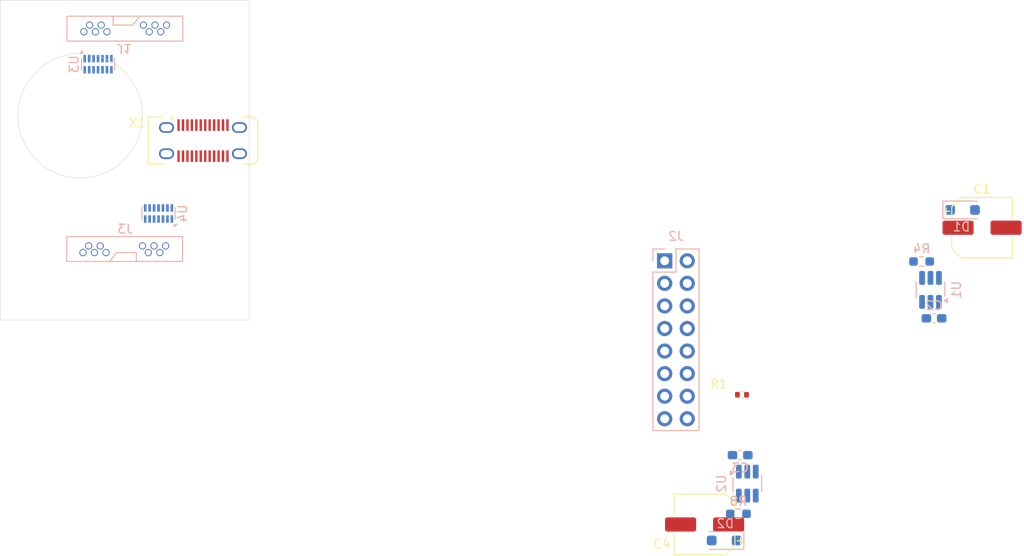
<source format=kicad_pcb>
(kicad_pcb (version 20240108) (generator "pcbnew") (generator_version "8.0")
  (layers (0 "F.Cu" signal) (31 "B.Cu" signal) (34 "B.Paste" user) (35 "F.Paste" user) (36 "B.SilkS" user "B.Silkscreen") (37 "F.SilkS" user "F.Silkscreen") (38 "B.Mask" user) (39 "F.Mask" user) (44 "Edge.Cuts" user))
  (net 0 "")
  (net 1 "VOUT1")
  (net 2 "GND")
  (net 3 "VBUS")
  (net 4 "VOUT2")
  (net 5 "RX1-")
  (net 6 "RX1+")
  (net 7 "TX1+")
  (net 8 "D+")
  (net 10 "TX1-")
  (net 11 "D-")
  (net 12 "nFLT1")
  (net 13 "BTN2")
  (net 14 "EN1")
  (net 15 "EN2")
  (net 16 "BTN1")
  (net 17 "nFLT2")
  (net 18 "2_D-")
  (net 19 "TX2+")
  (net 20 "2_D+")
  (net 21 "RX2+")
  (net 22 "RX2-")
  (net 24 "TX2-")
  (net 25 "Shield")
  (net 26 "Net-(U1-ILIM)")
  (net 27 "Net-(U2-ILIM)")
  (footprint "Connector_USB:USB_C_Receptacle_JAE_DX07S024WJ3R400" (layer "F.Cu") (at 22.8 15.8)
    (property "Reference" "X1" (at -7.4 -2 0) (layer "F.SilkS"))
    (property "Value" "USB_C_24pins")
    (fp_line (start -6.15 -2.65) (end -6.15 2.65) (stroke (width 0.12)) (layer "F.SilkS"))
    (fp_line (start -6.15 -2.65) (end -4.5 -2.65) (stroke (width 0.12)) (layer "F.SilkS"))
    (fp_line (start -6.15 2.65) (end -4.5 2.65) (stroke (width 0.12)) (layer "F.SilkS"))
    (fp_line (start 4.5 -2.65) (end 5.7 -2.65) (stroke (width 0.12)) (layer "F.SilkS"))
    (fp_line (start 4.5 2.65) (end 5.7 2.65) (stroke (width 0.12)) (layer "F.SilkS"))
    (fp_line (start 5.7 -2.65) (end 6.15 -2.2) (stroke (width 0.12)) (layer "F.SilkS"))
    (fp_line (start 5.7 2.65) (end 6.15 2.2) (stroke (width 0.12)) (layer "F.SilkS"))
    (fp_line (start 6.15 -2.2) (end 6.15 2.2) (stroke (width 0.12)) (layer "F.SilkS"))
    (fp_circle (center -3.5 -2.5) (end -3.388197 -2.5) (stroke (width 0.15)) (fill none) (layer "F.SilkS"))
    (pad "" np_thru_hole circle (at -5.5 -1.3) (size 0.6 0.6) (drill 0.6) (layers "*.Cu" "*.Mask"))
    (pad "" np_thru_hole circle (at 5.5 -1.3) (size 0.6 0.6) (drill 0.6) (layers "*.Cu" "*.Mask"))
    (pad "A1" smd rect (at -2.75 -1.75) (size 0.27 1.3) (layers "F.Cu" "F.Paste" "F.Mask") (net 2 "GND"))
    (pad "A2" smd rect (at -2.25 -1.75) (size 0.27 1.3) (layers "F.Cu" "F.Paste" "F.Mask") (net 7 "TX1+"))
    (pad "A3" smd rect (at -1.75 -1.75) (size 0.27 1.3) (layers "F.Cu" "F.Paste" "F.Mask") (net 10 "TX1-"))
    (pad "A4" smd rect (at -1.25 -1.75) (size 0.27 1.3) (layers "F.Cu" "F.Paste" "F.Mask") (net 3 "VBUS"))
    (pad "A5" smd rect (at -0.75 -1.75) (size 0.27 1.3) (layers "F.Cu" "F.Paste" "F.Mask"))
    (pad "A6" smd rect (at -0.25 -1.75) (size 0.27 1.3) (layers "F.Cu" "F.Paste" "F.Mask") (net 8 "D+"))
    (pad "A7" smd rect (at 0.25 -1.75) (size 0.27 1.3) (layers "F.Cu" "F.Paste" "F.Mask") (net 11 "D-"))
    (pad "A8" smd rect (at 0.75 -1.75) (size 0.27 1.3) (layers "F.Cu" "F.Paste" "F.Mask"))
    (pad "A9" smd rect (at 1.25 -1.75) (size 0.27 1.3) (layers "F.Cu" "F.Paste" "F.Mask") (net 3 "VBUS"))
    (pad "A10" smd rect (at 1.75 -1.75) (size 0.27 1.3) (layers "F.Cu" "F.Paste" "F.Mask") (net 22 "RX2-"))
    (pad "A11" smd rect (at 2.25 -1.75) (size 0.27 1.3) (layers "F.Cu" "F.Paste" "F.Mask") (net 21 "RX2+"))
    (pad "A12" smd rect (at 2.75 -1.75) (size 0.27 1.3) (layers "F.Cu" "F.Paste" "F.Mask") (net 2 "GND"))
    (pad "B1" smd rect (at 2.75 1.75) (size 0.27 1.3) (layers "F.Cu" "F.Paste" "F.Mask") (net 2 "GND"))
    (pad "B2" smd rect (at 2.25 1.75) (size 0.27 1.3) (layers "F.Cu" "F.Paste" "F.Mask") (net 24 "TX2-"))
    (pad "B3" smd rect (at 1.75 1.75) (size 0.27 1.3) (layers "F.Cu" "F.Paste" "F.Mask") (net 19 "TX2+"))
    (pad "B4" smd rect (at 1.25 1.75) (size 0.27 1.3) (layers "F.Cu" "F.Paste" "F.Mask") (net 3 "VBUS"))
    (pad "B5" smd rect (at 0.75 1.75) (size 0.27 1.3) (layers "F.Cu" "F.Paste" "F.Mask"))
    (pad "B6" smd rect (at 0.25 1.75) (size 0.27 1.3) (layers "F.Cu" "F.Paste" "F.Mask") (net 8 "D+"))
    (pad "B7" smd rect (at -0.25 1.75) (size 0.27 1.3) (layers "F.Cu" "F.Paste" "F.Mask") (net 11 "D-"))
    (pad "B8" smd rect (at -0.75 1.75) (size 0.27 1.3) (layers "F.Cu" "F.Paste" "F.Mask"))
    (pad "B9" smd rect (at -1.25 1.75) (size 0.27 1.3) (layers "F.Cu" "F.Paste" "F.Mask") (net 3 "VBUS"))
    (pad "B10" smd rect (at -1.75 1.75) (size 0.27 1.3) (layers "F.Cu" "F.Paste" "F.Mask") (net 5 "RX1-"))
    (pad "B11" smd rect (at -2.25 1.75) (size 0.27 1.3) (layers "F.Cu" "F.Paste" "F.Mask") (net 6 "RX1+"))
    (pad "B12" smd rect (at -2.75 1.75) (size 0.27 1.3) (layers "F.Cu" "F.Paste" "F.Mask") (net 2 "GND"))
    (pad "S1" thru_hole oval (at -4.1 -1.47 90) (size 1.2 1.7) (drill oval 0.8 1.3) (layers "*.Cu" "*.Mask") (net 25 "Shield"))
    (pad "S1" thru_hole oval (at -4.1 1.47 90) (size 1.2 1.7) (drill oval 0.8 1.3) (layers "*.Cu" "*.Mask") (net 25 "Shield"))
    (pad "S1" thru_hole oval (at 4.1 -1.47 90) (size 1.2 1.7) (drill oval 0.8 1.3) (layers "*.Cu" "*.Mask") (net 25 "Shield"))
    (pad "S1" thru_hole oval (at 4.1 1.47 90) (size 1.2 1.7) (drill oval 0.8 1.3) (layers "*.Cu" "*.Mask") (net 25 "Shield"))
  )
  (footprint "Resistor_SMD:R_0402_1005Metric" (layer "F.Cu") (at 83.4 44.4)
    (property "Reference" "R1" (at -2.6 -1.2 0) (layer "F.SilkS"))
    (property "Value" "0")
    (fp_line (start -0.153641 -0.38) (end 0.153641 -0.38) (stroke (width 0.12)) (layer "F.SilkS"))
    (fp_line (start -0.153641 0.38) (end 0.153641 0.38) (stroke (width 0.12)) (layer "F.SilkS"))
    (pad "1" smd roundrect (at -0.51 0) (size 0.54 0.64) (layers "F.Cu" "F.Paste" "F.Mask") (net 25 "Shield"))
    (pad "2" smd roundrect (at 0.51 0) (size 0.54 0.64) (layers "F.Cu" "F.Paste" "F.Mask") (net 2 "GND"))
  )
  (footprint "Capacitor_SMD:CP_Elec_6.3x7.7" (layer "F.Cu") (at 79.2 59 180)
    (property "Reference" "C4" (at 4.8 -2.2 180) (layer "F.SilkS"))
    (property "Value" "120 uF")
    (fp_line (start 3.41 3.41) (end 3.41 1.06) (stroke (width 0.12)) (layer "F.SilkS"))
    (fp_line (start 3.41 -3.41) (end 3.41 -1.06) (stroke (width 0.12)) (layer "F.SilkS"))
    (fp_line (start -2.345563 3.41) (end 3.41 3.41) (stroke (width 0.12)) (layer "F.SilkS"))
    (fp_line (start -2.345563 -3.41) (end 3.41 -3.41) (stroke (width 0.12)) (layer "F.SilkS"))
    (fp_line (start -3.41 2.345563) (end -2.345563 3.41) (stroke (width 0.12)) (layer "F.SilkS"))
    (fp_line (start -3.41 2.345563) (end -3.41 1.06) (stroke (width 0.12)) (layer "F.SilkS"))
    (fp_line (start -3.41 -2.345563) (end -2.345563 -3.41) (stroke (width 0.12)) (layer "F.SilkS"))
    (fp_line (start -3.41 -2.345563) (end -3.41 -1.06) (stroke (width 0.12)) (layer "F.SilkS"))
    (fp_line (start -4.04375 -2.24125) (end -4.04375 -1.45375) (stroke (width 0.12)) (layer "F.SilkS"))
    (fp_line (start -4.4375 -1.8475) (end -3.65 -1.8475) (stroke (width 0.12)) (layer "F.SilkS"))
    (pad "1" smd roundrect (at -2.7 0 180) (size 3.5 1.6) (layers "F.Cu" "F.Paste" "F.Mask") (roundrect_rratio 0.15625) (net 4 "VOUT2"))
    (pad "2" smd roundrect (at 2.7 0 180) (size 3.5 1.6) (layers "F.Cu" "F.Paste" "F.Mask") (roundrect_rratio 0.15625) (net 2 "GND"))
  )
  (footprint "Capacitor_SMD:CP_Elec_6.3x7.7" (layer "F.Cu") (at 110.4 25.6)
    (property "Reference" "C1" (at 0 -4.35 0) (layer "F.SilkS"))
    (property "Value" "120 uF")
    (fp_line (start -4.4375 -1.8475) (end -3.65 -1.8475) (stroke (width 0.12)) (layer "F.SilkS"))
    (fp_line (start -4.04375 -2.24125) (end -4.04375 -1.45375) (stroke (width 0.12)) (layer "F.SilkS"))
    (fp_line (start -3.41 -2.345563) (end -3.41 -1.06) (stroke (width 0.12)) (layer "F.SilkS"))
    (fp_line (start -3.41 -2.345563) (end -2.345563 -3.41) (stroke (width 0.12)) (layer "F.SilkS"))
    (fp_line (start -3.41 2.345563) (end -3.41 1.06) (stroke (width 0.12)) (layer "F.SilkS"))
    (fp_line (start -3.41 2.345563) (end -2.345563 3.41) (stroke (width 0.12)) (layer "F.SilkS"))
    (fp_line (start -2.345563 -3.41) (end 3.41 -3.41) (stroke (width 0.12)) (layer "F.SilkS"))
    (fp_line (start -2.345563 3.41) (end 3.41 3.41) (stroke (width 0.12)) (layer "F.SilkS"))
    (fp_line (start 3.41 -3.41) (end 3.41 -1.06) (stroke (width 0.12)) (layer "F.SilkS"))
    (fp_line (start 3.41 3.41) (end 3.41 1.06) (stroke (width 0.12)) (layer "F.SilkS"))
    (pad "1" smd roundrect (at -2.7 0) (size 3.5 1.6) (layers "F.Cu" "F.Paste" "F.Mask") (roundrect_rratio 0.15625) (net 1 "VOUT1"))
    (pad "2" smd roundrect (at 2.7 0) (size 3.5 1.6) (layers "F.Cu" "F.Paste" "F.Mask") (roundrect_rratio 0.15625) (net 2 "GND"))
  )
  (footprint "myLib8:DFN-14_1.35x3.5mm_P0.5mm" (layer "B.Cu") (at 11 7.2 -90)
    (property "Reference" "U3" (at 0 2.7 -90) (layer "B.SilkS") (effects (justify mirror)))
    (property "Value" "SP3012-06UTG")
    (fp_line (start 0.675 1.86) (end -0.675 1.86) (stroke (width 0.12)) (layer "B.SilkS"))
    (fp_line (start 0.675 -1.86) (end -0.675 -1.86) (stroke (width 0.12)) (layer "B.SilkS"))
    (fp_poly (pts (xy -1.22 1.77) (xy -1.5 1.77) (xy -1.22 2.05) (xy -1.22 1.77)) (stroke (width 0.12)) (fill solid) (layer "B.SilkS"))
    (pad "1" smd roundrect (at -0.625 1.5 270) (size 0.85 0.3) (layers "B.Cu" "B.Paste" "B.Mask") (net 6 "RX1+"))
    (pad "2" smd roundrect (at -0.625 1 270) (size 0.85 0.3) (layers "B.Cu" "B.Paste" "B.Mask") (net 5 "RX1-"))
    (pad "3" smd roundrect (at -0.625 0.5 270) (size 0.85 0.3) (layers "B.Cu" "B.Paste" "B.Mask") (net 7 "TX1+"))
    (pad "4" smd roundrect (at -0.625 0 270) (size 0.85 0.3) (layers "B.Cu" "B.Paste" "B.Mask") (net 10 "TX1-"))
    (pad "5" smd roundrect (at -0.625 -0.5 270) (size 0.85 0.3) (layers "B.Cu" "B.Paste" "B.Mask") (net 2 "GND"))
    (pad "6" smd roundrect (at -0.625 -1 270) (size 0.85 0.3) (layers "B.Cu" "B.Paste" "B.Mask") (net 8 "D+"))
    (pad "7" smd roundrect (at -0.625 -1.5 270) (size 0.85 0.3) (layers "B.Cu" "B.Paste" "B.Mask") (net 11 "D-"))
    (pad "8" smd roundrect (at 0.625 -1.5 270) (size 0.85 0.3) (layers "B.Cu" "B.Paste" "B.Mask") (net 11 "D-"))
    (pad "9" smd roundrect (at 0.625 -1 270) (size 0.85 0.3) (layers "B.Cu" "B.Paste" "B.Mask") (net 8 "D+"))
    (pad "10" smd roundrect (at 0.625 -0.5 270) (size 0.85 0.3) (layers "B.Cu" "B.Paste" "B.Mask") (net 2 "GND"))
    (pad "11" smd roundrect (at 0.625 0 270) (size 0.85 0.3) (layers "B.Cu" "B.Paste" "B.Mask") (net 10 "TX1-"))
    (pad "12" smd roundrect (at 0.625 0.5 270) (size 0.85 0.3) (layers "B.Cu" "B.Paste" "B.Mask") (net 7 "TX1+"))
    (pad "13" smd roundrect (at 0.625 1 270) (size 0.85 0.3) (layers "B.Cu" "B.Paste" "B.Mask") (net 5 "RX1-"))
    (pad "14" smd roundrect (at 0.625 1.5 270) (size 0.85 0.3) (layers "B.Cu" "B.Paste" "B.Mask") (net 6 "RX1+"))
  )
  (footprint "Connector_PinSocket_2.54mm:PinSocket_2x08_P2.54mm_Vertical" (layer "B.Cu") (at 74.71 29.325 180)
    (property "Reference" "J2" (at -1.27 2.77 180) (layer "B.SilkS") (effects (justify mirror)))
    (property "Value" "Conn_02x08_Odd_Even" (hide yes))
    (fp_line (start 1.33 1.33) (end 0 1.33) (stroke (width 0.12)) (layer "B.SilkS"))
    (fp_line (start 1.33 0) (end 1.33 1.33) (stroke (width 0.12)) (layer "B.SilkS"))
    (fp_line (start 1.33 -1.27) (end -1.27 -1.27) (stroke (width 0.12)) (layer "B.SilkS"))
    (fp_line (start 1.33 -19.11) (end 1.33 -1.27) (stroke (width 0.12)) (layer "B.SilkS"))
    (fp_line (start 1.33 -19.11) (end -3.87 -19.11) (stroke (width 0.12)) (layer "B.SilkS"))
    (fp_line (start -1.27 1.33) (end -3.87 1.33) (stroke (width 0.12)) (layer "B.SilkS"))
    (fp_line (start -1.27 -1.27) (end -1.27 1.33) (stroke (width 0.12)) (layer "B.SilkS"))
    (fp_line (start -3.87 -19.11) (end -3.87 1.33) (stroke (width 0.12)) (layer "B.SilkS"))
    (pad "1" thru_hole rect (at 0 0 180) (size 1.7 1.7) (drill 1) (layers "*.Cu" "*.Mask") (net 3 "VBUS"))
    (pad "2" thru_hole oval (at -2.54 0 180) (size 1.7 1.7) (drill 1) (layers "*.Cu" "*.Mask") (net 3 "VBUS"))
    (pad "3" thru_hole oval (at 0 -2.54 180) (size 1.7 1.7) (drill 1) (layers "*.Cu" "*.Mask") (net 3 "VBUS"))
    (pad "4" thru_hole oval (at -2.54 -2.54 180) (size 1.7 1.7) (drill 1) (layers "*.Cu" "*.Mask") (net 3 "VBUS"))
    (pad "5" thru_hole oval (at 0 -5.08 180) (size 1.7 1.7) (drill 1) (layers "*.Cu" "*.Mask") (net 2 "GND"))
    (pad "6" thru_hole oval (at -2.54 -5.08 180) (size 1.7 1.7) (drill 1) (layers "*.Cu" "*.Mask") (net 2 "GND"))
    (pad "7" thru_hole oval (at 0 -7.62 180) (size 1.7 1.7) (drill 1) (layers "*.Cu" "*.Mask") (net 2 "GND"))
    (pad "8" thru_hole oval (at -2.54 -7.62 180) (size 1.7 1.7) (drill 1) (layers "*.Cu" "*.Mask") (net 2 "GND"))
    (pad "9" thru_hole oval (at 0 -10.16 180) (size 1.7 1.7) (drill 1) (layers "*.Cu" "*.Mask") (net 1 "VOUT1"))
    (pad "10" thru_hole oval (at -2.54 -10.16 180) (size 1.7 1.7) (drill 1) (layers "*.Cu" "*.Mask") (net 4 "VOUT2"))
    (pad "11" thru_hole oval (at 0 -12.7 180) (size 1.7 1.7) (drill 1) (layers "*.Cu" "*.Mask") (net 14 "EN1"))
    (pad "12" thru_hole oval (at -2.54 -12.7 180) (size 1.7 1.7) (drill 1) (layers "*.Cu" "*.Mask") (net 15 "EN2"))
    (pad "13" thru_hole oval (at 0 -15.24 180) (size 1.7 1.7) (drill 1) (layers "*.Cu" "*.Mask") (net 12 "nFLT1"))
    (pad "14" thru_hole oval (at -2.54 -15.24 180) (size 1.7 1.7) (drill 1) (layers "*.Cu" "*.Mask") (net 17 "nFLT2"))
    (pad "15" thru_hole oval (at 0 -17.78 180) (size 1.7 1.7) (drill 1) (layers "*.Cu" "*.Mask") (net 16 "BTN1"))
    (pad "16" thru_hole oval (at -2.54 -17.78 180) (size 1.7 1.7) (drill 1) (layers "*.Cu" "*.Mask") (net 13 "BTN2"))
  )
  (footprint "Package_TO_SOT_SMD:SOT-23-6_Handsoldering" (layer "B.Cu") (at 84 54.4 -90)
    (property "Reference" "U2" (at 0 2.9 90) (layer "B.SilkS") (effects (justify mirror)))
    (property "Value" "~")
    (fp_line (start -0.7 1.61) (end 0.1 1.61) (stroke (width 0.12)) (layer "B.SilkS"))
    (fp_line (start 0.9 1.61) (end 0.1 1.61) (stroke (width 0.12)) (layer "B.SilkS"))
    (fp_line (start 0.9 -1.61) (end -0.9 -1.61) (stroke (width 0.12)) (layer "B.SilkS"))
    (fp_poly (pts (xy -1.2 1.56) (xy -1.44 1.89) (xy -0.96 1.89) (xy -1.2 1.56)) (stroke (width 0.12)) (fill solid) (layer "B.SilkS"))
    (pad "1" smd roundrect (at -1.35 0.95 270) (size 1.56 0.65) (layers "B.Cu" "B.Paste" "B.Mask") (net 3 "VBUS"))
    (pad "2" smd roundrect (at -1.35 0 270) (size 1.56 0.65) (layers "B.Cu" "B.Paste" "B.Mask") (net 2 "GND"))
    (pad "3" smd roundrect (at -1.35 -0.95 270) (size 1.56 0.65) (layers "B.Cu" "B.Paste" "B.Mask") (net 15 "EN2"))
    (pad "4" smd roundrect (at 1.35 -0.95 270) (size 1.56 0.65) (layers "B.Cu" "B.Paste" "B.Mask") (net 17 "nFLT2"))
    (pad "5" smd roundrect (at 1.35 0 270) (size 1.56 0.65) (layers "B.Cu" "B.Paste" "B.Mask") (net 27 "Net-(U2-ILIM)"))
    (pad "6" smd roundrect (at 1.35 0.95 270) (size 1.56 0.65) (layers "B.Cu" "B.Paste" "B.Mask") (net 4 "VOUT2"))
  )
  (footprint "Diode_SMD:D_SOD-123F" (layer "B.Cu") (at 108.2 23.6)
    (property "Reference" "D1" (at -0.127 1.905 0) (layer "B.SilkS") (effects (justify mirror)))
    (property "Value" "D_TVS" (hide yes))
    (fp_line (start -2.21 -1) (end -2.21 1) (stroke (width 0.12)) (layer "B.SilkS"))
    (fp_line (start 1.65 -1) (end -2.21 -1) (stroke (width 0.12)) (layer "B.SilkS"))
    (fp_line (start 1.65 1) (end -2.21 1) (stroke (width 0.12)) (layer "B.SilkS"))
    (pad "1" smd roundrect (at -1.4 0) (size 1.1 1.1) (layers "B.Cu" "B.Paste" "B.Mask") (roundrect_rratio 0.2272727273) (net 1 "VOUT1"))
    (pad "2" smd roundrect (at 1.4 0) (size 1.1 1.1) (layers "B.Cu" "B.Paste" "B.Mask") (roundrect_rratio 0.2272727273) (net 2 "GND"))
  )
  (footprint "Resistor_SMD:R_0603_1608Metric_Pad0.98x0.95mm_HandSolder" (layer "B.Cu") (at 83 57.8 180)
    (property "Reference" "R8" (at 0 1.43 180) (layer "B.SilkS") (effects (justify mirror)))
    (property "Value" "R")
    (fp_line (start 0.254724 0.5225) (end -0.254724 0.5225) (stroke (width 0.12)) (layer "B.SilkS"))
    (fp_line (start 0.254724 -0.5225) (end -0.254724 -0.5225) (stroke (width 0.12)) (layer "B.SilkS"))
    (pad "1" smd roundrect (at -0.9125 0 180) (size 0.975 0.95) (layers "B.Cu" "B.Paste" "B.Mask") (net 27 "Net-(U2-ILIM)"))
    (pad "2" smd roundrect (at 0.9125 0 180) (size 0.975 0.95) (layers "B.Cu" "B.Paste" "B.Mask") (net 2 "GND"))
  )
  (footprint "myLib8:DFN-14_1.35x3.5mm_P0.5mm" (layer "B.Cu") (at 17.8 24 90)
    (property "Reference" "U4" (at 0 2.7 -90) (layer "B.SilkS") (effects (justify mirror)))
    (property "Value" "SP3012-06UTG" (hide yes))
    (fp_line (start 0.675 -1.86) (end -0.675 -1.86) (stroke (width 0.12)) (layer "B.SilkS"))
    (fp_line (start 0.675 1.86) (end -0.675 1.86) (stroke (width 0.12)) (layer "B.SilkS"))
    (fp_poly (pts (xy -1.22 1.77) (xy -1.5 1.77) (xy -1.22 2.05) (xy -1.22 1.77)) (stroke (width 0.12)) (fill solid) (layer "B.SilkS"))
    (pad "1" smd roundrect (at -0.625 1.5 90) (size 0.85 0.3) (layers "B.Cu" "B.Paste" "B.Mask") (net 21 "RX2+"))
    (pad "2" smd roundrect (at -0.625 1 90) (size 0.85 0.3) (layers "B.Cu" "B.Paste" "B.Mask") (net 22 "RX2-"))
    (pad "3" smd roundrect (at -0.625 0.5 90) (size 0.85 0.3) (layers "B.Cu" "B.Paste" "B.Mask") (net 24 "TX2-"))
    (pad "4" smd roundrect (at -0.625 0 90) (size 0.85 0.3) (layers "B.Cu" "B.Paste" "B.Mask") (net 19 "TX2+"))
    (pad "5" smd roundrect (at -0.625 -0.5 90) (size 0.85 0.3) (layers "B.Cu" "B.Paste" "B.Mask") (net 2 "GND"))
    (pad "6" smd roundrect (at -0.625 -1 90) (size 0.85 0.3) (layers "B.Cu" "B.Paste" "B.Mask") (net 20 "2_D+"))
    (pad "7" smd roundrect (at -0.625 -1.5 90) (size 0.85 0.3) (layers "B.Cu" "B.Paste" "B.Mask") (net 18 "2_D-"))
    (pad "8" smd roundrect (at 0.625 -1.5 90) (size 0.85 0.3) (layers "B.Cu" "B.Paste" "B.Mask") (net 18 "2_D-"))
    (pad "9" smd roundrect (at 0.625 -1 90) (size 0.85 0.3) (layers "B.Cu" "B.Paste" "B.Mask") (net 20 "2_D+"))
    (pad "10" smd roundrect (at 0.625 -0.5 90) (size 0.85 0.3) (layers "B.Cu" "B.Paste" "B.Mask") (net 2 "GND"))
    (pad "11" smd roundrect (at 0.625 0 90) (size 0.85 0.3) (layers "B.Cu" "B.Paste" "B.Mask") (net 19 "TX2+"))
    (pad "12" smd roundrect (at 0.625 0.5 90) (size 0.85 0.3) (layers "B.Cu" "B.Paste" "B.Mask") (net 24 "TX2-"))
    (pad "13" smd roundrect (at 0.625 1 90) (size 0.85 0.3) (layers "B.Cu" "B.Paste" "B.Mask") (net 22 "RX2-"))
    (pad "14" smd roundrect (at 0.625 1.5 90) (size 0.85 0.3) (layers "B.Cu" "B.Paste" "B.Mask") (net 21 "RX2+"))
  )
  (footprint "USB_Conns:MU3MS04" (layer "B.Cu") (at 9.3 28.4 180)
    (property "Reference" "J3" (at -4.75 2.65 0) (layer "B.SilkS") (effects (justify mirror)))
    (property "Value" "USB3_B_Micro" (hide yes))
    (fp_line (start -3 -1) (end -3.8 0) (stroke (width 0.12)) (layer "B.SilkS"))
    (fp_line (start -3.8 0) (end -6 0) (stroke (width 0.12)) (layer "B.SilkS"))
    (fp_line (start -6 0) (end -6 -1) (stroke (width 0.12)) (layer "B.SilkS"))
    (fp_rect (start 1.8254 -1) (end -11.2 1.8) (stroke (width 0.12)) (fill none) (layer "B.SilkS"))
    (pad "1" thru_hole circle (at 0 0 180) (size 0.8 0.8) (drill 0.6) (layers "*.Cu" "*.Mask") (net 4 "VOUT2"))
    (pad "2" thru_hole circle (at -0.65 0.75 180) (size 0.8 0.8) (drill 0.6) (layers "*.Cu" "*.Mask") (net 18 "2_D-"))
    (pad "3" thru_hole circle (at -1.3 0 180) (size 0.8 0.8) (drill 0.6) (layers "*.Cu" "*.Mask") (net 20 "2_D+"))
    (pad "4" thru_hole circle (at -1.95 0.75 180) (size 0.8 0.8) (drill 0.6) (layers "*.Cu" "*.Mask"))
    (pad "5" thru_hole circle (at -2.6 0 180) (size 0.8 0.8) (drill 0.6) (layers "*.Cu" "*.Mask") (net 2 "GND"))
    (pad "6" thru_hole circle (at -6.7 0.75 180) (size 0.8 0.8) (drill 0.6) (layers "*.Cu" "*.Mask") (net 19 "TX2+"))
    (pad "7" thru_hole circle (at -7.35 0 180) (size 0.8 0.8) (drill 0.6) (layers "*.Cu" "*.Mask") (net 24 "TX2-"))
    (pad "8" thru_hole circle (at -8 0.75 180) (size 0.8 0.8) (drill 0.6) (layers "*.Cu" "*.Mask") (net 2 "GND"))
    (pad "9" thru_hole circle (at -8.65 0 180) (size 0.8 0.8) (drill 0.6) (layers "*.Cu" "*.Mask") (net 22 "RX2-"))
    (pad "10" thru_hole circle (at -9.3 0.75 180) (size 0.8 0.8) (drill 0.6) (layers "*.Cu" "*.Mask") (net 21 "RX2+"))
  )
  (footprint "Capacitor_SMD:C_0603_1608Metric_Pad1.08x0.95mm_HandSolder" (layer "B.Cu") (at 83.2 51.2)
    (property "Reference" "C3" (at 0 1.43 0) (layer "B.SilkS") (effects (justify mirror)))
    (property "Value" "0.1")
    (fp_line (start 0.146267 -0.51) (end -0.146267 -0.51) (stroke (width 0.12)) (layer "B.SilkS"))
    (fp_line (start 0.146267 0.51) (end -0.146267 0.51) (stroke (width 0.12)) (layer "B.SilkS"))
    (pad "1" smd roundrect (at -0.8625 0) (size 1.075 0.95) (layers "B.Cu" "B.Paste" "B.Mask") (net 3 "VBUS"))
    (pad "2" smd roundrect (at 0.8625 0) (size 1.075 0.95) (layers "B.Cu" "B.Paste" "B.Mask") (net 2 "GND"))
  )
  (footprint "USB_Conns:MU3MS04" (layer "B.Cu") (at 18.7 2.8)
    (property "Reference" "J1" (at -4.75 2.65 180) (layer "B.SilkS") (effects (justify mirror)))
    (property "Value" "USB3_B_Micro" (hide yes))
    (fp_line (start -6 0) (end -6 -1) (stroke (width 0.12)) (layer "B.SilkS"))
    (fp_line (start -3.8 0) (end -6 0) (stroke (width 0.12)) (layer "B.SilkS"))
    (fp_line (start -3 -1) (end -3.8 0) (stroke (width 0.12)) (layer "B.SilkS"))
    (fp_rect (start 1.8254 -1) (end -11.2 1.8) (stroke (width 0.12)) (fill none) (layer "B.SilkS"))
    (pad "1" thru_hole circle (at 0 0) (size 0.8 0.8) (drill 0.6) (layers "*.Cu" "*.Mask") (net 1 "VOUT1"))
    (pad "2" thru_hole circle (at -0.65 0.75) (size 0.8 0.8) (drill 0.6) (layers "*.Cu" "*.Mask") (net 11 "D-"))
    (pad "3" thru_hole circle (at -1.3 0) (size 0.8 0.8) (drill 0.6) (layers "*.Cu" "*.Mask") (net 8 "D+"))
    (pad "4" thru_hole circle (at -1.95 0.75) (size 0.8 0.8) (drill 0.6) (layers "*.Cu" "*.Mask"))
    (pad "5" thru_hole circle (at -2.6 0) (size 0.8 0.8) (drill 0.6) (layers "*.Cu" "*.Mask") (net 2 "GND"))
    (pad "6" thru_hole circle (at -6.7 0.75) (size 0.8 0.8) (drill 0.6) (layers "*.Cu" "*.Mask") (net 10 "TX1-"))
    (pad "7" thru_hole circle (at -7.35 0) (size 0.8 0.8) (drill 0.6) (layers "*.Cu" "*.Mask") (net 7 "TX1+"))
    (pad "8" thru_hole circle (at -8 0.75) (size 0.8 0.8) (drill 0.6) (layers "*.Cu" "*.Mask") (net 2 "GND"))
    (pad "9" thru_hole circle (at -8.65 0) (size 0.8 0.8) (drill 0.6) (layers "*.Cu" "*.Mask") (net 5 "RX1-"))
    (pad "10" thru_hole circle (at -9.3 0.75) (size 0.8 0.8) (drill 0.6) (layers "*.Cu" "*.Mask") (net 6 "RX1+"))
  )
  (footprint "Package_TO_SOT_SMD:SOT-23-6_Handsoldering" (layer "B.Cu") (at 104.6 32.6 90)
    (property "Reference" "U1" (at 0 2.9 -90) (layer "B.SilkS") (effects (justify mirror)))
    (property "Value" "~")
    (fp_line (start 0.9 -1.61) (end -0.9 -1.61) (stroke (width 0.12)) (layer "B.SilkS"))
    (fp_line (start 0.9 1.61) (end 0.1 1.61) (stroke (width 0.12)) (layer "B.SilkS"))
    (fp_line (start -0.7 1.61) (end 0.1 1.61) (stroke (width 0.12)) (layer "B.SilkS"))
    (fp_poly (pts (xy -1.2 1.56) (xy -1.44 1.89) (xy -0.96 1.89) (xy -1.2 1.56)) (stroke (width 0.12)) (fill solid) (layer "B.SilkS"))
    (pad "1" smd roundrect (at -1.35 0.95 90) (size 1.56 0.65) (layers "B.Cu" "B.Paste" "B.Mask") (net 3 "VBUS"))
    (pad "2" smd roundrect (at -1.35 0 90) (size 1.56 0.65) (layers "B.Cu" "B.Paste" "B.Mask") (net 2 "GND"))
    (pad "3" smd roundrect (at -1.35 -0.95 90) (size 1.56 0.65) (layers "B.Cu" "B.Paste" "B.Mask") (net 14 "EN1"))
    (pad "4" smd roundrect (at 1.35 -0.95 90) (size 1.56 0.65) (layers "B.Cu" "B.Paste" "B.Mask") (net 12 "nFLT1"))
    (pad "5" smd roundrect (at 1.35 0 90) (size 1.56 0.65) (layers "B.Cu" "B.Paste" "B.Mask") (net 26 "Net-(U1-ILIM)"))
    (pad "6" smd roundrect (at 1.35 0.95 90) (size 1.56 0.65) (layers "B.Cu" "B.Paste" "B.Mask") (net 1 "VOUT1"))
  )
  (footprint "Capacitor_SMD:C_0603_1608Metric_Pad1.08x0.95mm_HandSolder" (layer "B.Cu") (at 105 35.8 180)
    (property "Reference" "C2" (at 0 1.43 180) (layer "B.SilkS") (effects (justify mirror)))
    (property "Value" "0.1")
    (fp_line (start 0.146267 0.51) (end -0.146267 0.51) (stroke (width 0.12)) (layer "B.SilkS"))
    (fp_line (start 0.146267 -0.51) (end -0.146267 -0.51) (stroke (width 0.12)) (layer "B.SilkS"))
    (pad "1" smd roundrect (at -0.8625 0 180) (size 1.075 0.95) (layers "B.Cu" "B.Paste" "B.Mask") (net 3 "VBUS"))
    (pad "2" smd roundrect (at 0.8625 0 180) (size 1.075 0.95) (layers "B.Cu" "B.Paste" "B.Mask") (net 2 "GND"))
  )
  (footprint "Resistor_SMD:R_0603_1608Metric_Pad0.98x0.95mm_HandSolder" (layer "B.Cu") (at 103.6 29.4 180)
    (property "Reference" "R4" (at 0 1.43 180) (layer "B.SilkS") (effects (justify mirror)))
    (property "Value" "R")
    (fp_line (start 0.254724 0.5225) (end -0.254724 0.5225) (stroke (width 0.12)) (layer "B.SilkS"))
    (fp_line (start 0.254724 -0.5225) (end -0.254724 -0.5225) (stroke (width 0.12)) (layer "B.SilkS"))
    (pad "1" smd roundrect (at -0.9125 0 180) (size 0.975 0.95) (layers "B.Cu" "B.Paste" "B.Mask") (net 26 "Net-(U1-ILIM)"))
    (pad "2" smd roundrect (at 0.9125 0 180) (size 0.975 0.95) (layers "B.Cu" "B.Paste" "B.Mask") (net 2 "GND"))
  )
  (footprint "Diode_SMD:D_SOD-123F" (layer "B.Cu") (at 81.4 60.8 180)
    (property "Reference" "D2" (at -0.127 1.905 180) (layer "B.SilkS") (effects (justify mirror)))
    (property "Value" "D_TVS" (hide yes))
    (fp_line (start 1.65 1) (end -2.21 1) (stroke (width 0.12)) (layer "B.SilkS"))
    (fp_line (start 1.65 -1) (end -2.21 -1) (stroke (width 0.12)) (layer "B.SilkS"))
    (fp_line (start -2.21 -1) (end -2.21 1) (stroke (width 0.12)) (layer "B.SilkS"))
    (pad "1" smd roundrect (at -1.4 0 180) (size 1.1 1.1) (layers "B.Cu" "B.Paste" "B.Mask") (roundrect_rratio 0.2272727273) (net 4 "VOUT2"))
    (pad "2" smd roundrect (at 1.4 0 180) (size 1.1 1.1) (layers "B.Cu" "B.Paste" "B.Mask") (roundrect_rratio 0.2272727273) (net 2 "GND"))
  )
  (gr_circle (center 9 13) (end 16 13) (stroke (width 0.05)) (fill none) (layer "Edge.Cuts"))
  (gr_rect (start 0 0) (end 28 36) (stroke (width 0.05)) (fill none) (layer "Edge.Cuts"))
)
</source>
